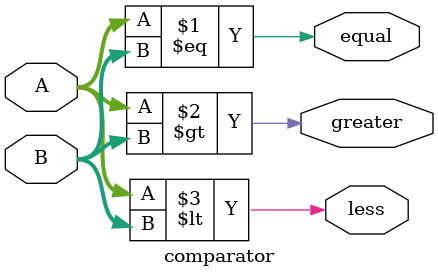
<source format=v>
module comparator #(parameter N = 4) (
    input  [N-1:0] A,
    input  [N-1:0] B,
    output         equal,
    output         greater,
    output         less
);
    assign equal   = (A == B);
    assign greater = (A > B);
    assign less    = (A < B);
endmodule

</source>
